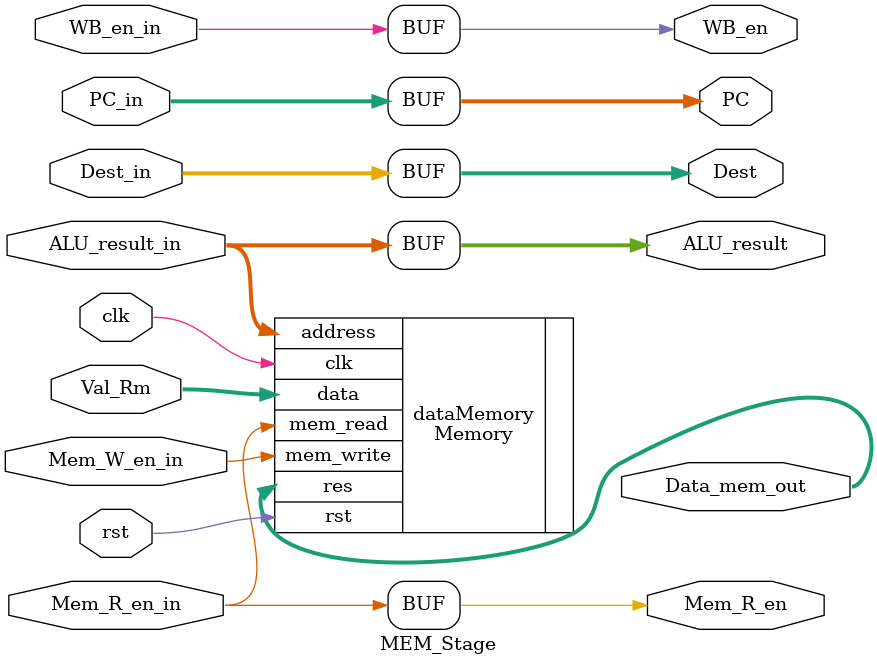
<source format=v>
module MEM_Stage (
    clk,
    rst,
    PC_in,
    WB_en_in,
    Mem_R_en_in,
    Mem_W_en_in,
    ALU_result_in,
    Val_Rm,
    Dest_in,
    PC,
    WB_en,
    Mem_R_en,
    ALU_result,
    Dest,
    Data_mem_out
);

    input clk, rst;
    input[31:0] PC_in;
    input WB_en_in, Mem_R_en_in, Mem_W_en_in;
    input [31:0] ALU_result_in;
    input [31:0] Val_Rm;
    input [3:0] Dest_in;

    output[31:0] PC;
    output WB_en, Mem_R_en;
    output [31:0] ALU_result;
    output [3:0] Dest;
    output [31:0] Data_mem_out;

    assign PC = PC_in;
    assign ALU_result = ALU_result_in;
    assign WB_en = WB_en_in;
    assign Mem_R_en = Mem_R_en_in;
    assign Dest = Dest_in;

    Memory dataMemory(
        .clk(clk),
        .rst(rst),
        .mem_write(Mem_W_en_in),
        .mem_read(Mem_R_en_in),
        .address(ALU_result_in),
        .data(Val_Rm),
        .res(Data_mem_out)
    );

endmodule


</source>
